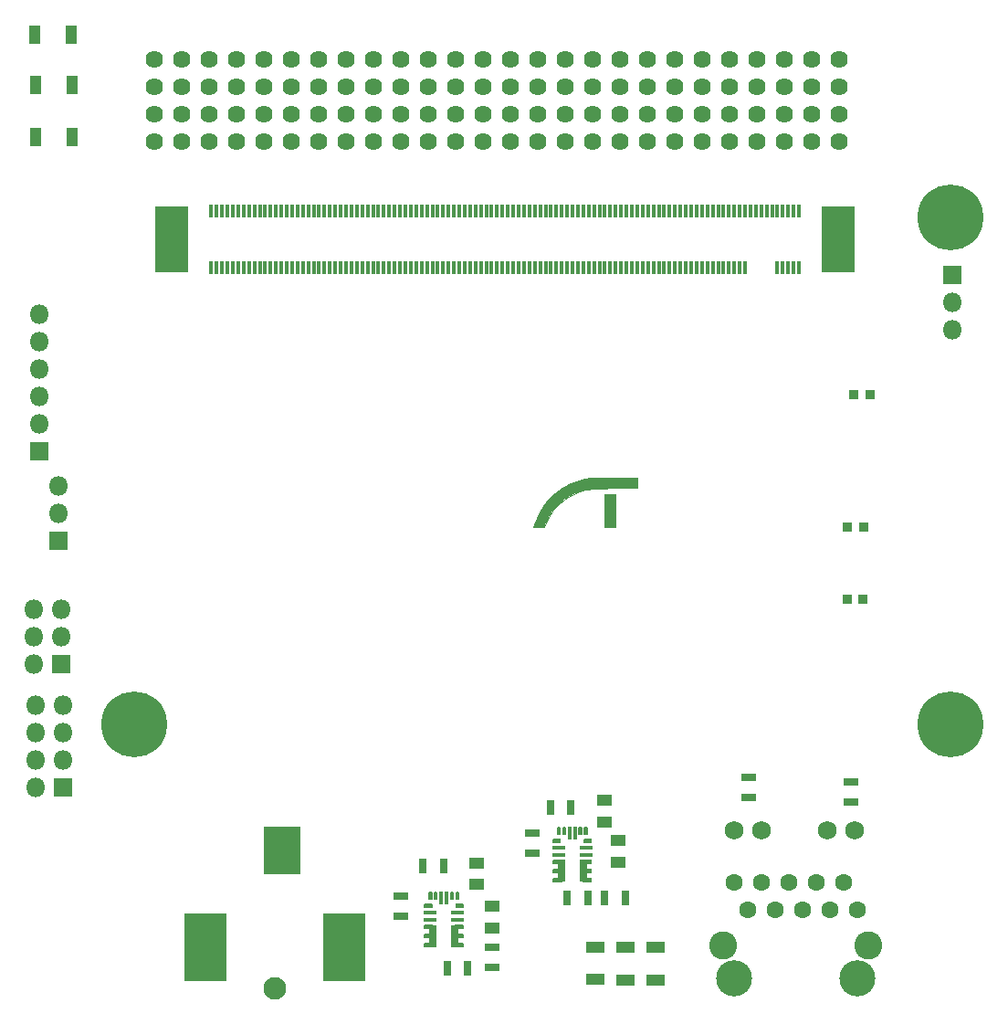
<source format=gbr>
G04 #@! TF.FileFunction,Soldermask,Top*
%FSLAX45Y45*%
G04 Gerber Fmt 4.5, Leading zero omitted, Abs format (unit mm)*
G04 Created by KiCad (PCBNEW 4.0.7) date 02/13/18 13:39:06*
%MOMM*%
%LPD*%
G01*
G04 APERTURE LIST*
%ADD10C,0.100000*%
%ADD11C,0.010000*%
%ADD12C,0.127000*%
%ADD13R,1.800000X1.800000*%
%ADD14O,1.800000X1.800000*%
%ADD15C,6.100000*%
%ADD16R,1.400000X0.800000*%
%ADD17R,0.430200X1.293800*%
%ADD18R,3.100000X6.100000*%
%ADD19C,1.600000*%
%ADD20C,1.750000*%
%ADD21C,2.600000*%
%ADD22C,3.350000*%
%ADD23R,0.900000X0.850000*%
%ADD24R,1.700000X1.100000*%
%ADD25C,1.624000*%
%ADD26R,0.800000X1.400000*%
%ADD27R,0.800000X0.350000*%
%ADD28R,1.200000X0.350000*%
%ADD29R,0.350000X0.800000*%
%ADD30R,0.350000X1.200000*%
%ADD31R,0.700000X2.050000*%
%ADD32R,3.400000X4.500000*%
%ADD33R,4.000000X6.300000*%
%ADD34C,2.100000*%
%ADD35R,1.000000X1.800000*%
%ADD36R,1.350000X1.100000*%
G04 APERTURE END LIST*
D10*
D11*
G36*
X14102909Y-6892000D02*
X13917954Y-6892000D01*
X13851717Y-6892207D01*
X13795604Y-6892913D01*
X13748201Y-6894243D01*
X13708092Y-6896322D01*
X13673863Y-6899275D01*
X13644099Y-6903229D01*
X13617385Y-6908309D01*
X13592306Y-6914639D01*
X13567446Y-6922346D01*
X13564530Y-6923328D01*
X13495080Y-6952786D01*
X13430700Y-6991845D01*
X13372542Y-7039444D01*
X13321759Y-7094519D01*
X13279506Y-7156008D01*
X13251525Y-7211657D01*
X13235268Y-7249909D01*
X13134524Y-7249909D01*
X13148561Y-7211237D01*
X13183308Y-7131768D01*
X13227097Y-7059227D01*
X13279374Y-6994122D01*
X13339586Y-6936962D01*
X13407178Y-6888257D01*
X13481596Y-6848517D01*
X13562286Y-6818250D01*
X13582175Y-6812546D01*
X13596394Y-6808765D01*
X13609279Y-6805659D01*
X13622142Y-6803150D01*
X13636291Y-6801159D01*
X13653037Y-6799608D01*
X13673688Y-6798417D01*
X13699556Y-6797508D01*
X13731950Y-6796802D01*
X13772179Y-6796221D01*
X13821554Y-6795685D01*
X13870557Y-6795218D01*
X14102909Y-6793049D01*
X14102909Y-6892000D01*
X14102909Y-6892000D01*
G37*
X14102909Y-6892000D02*
X13917954Y-6892000D01*
X13851717Y-6892207D01*
X13795604Y-6892913D01*
X13748201Y-6894243D01*
X13708092Y-6896322D01*
X13673863Y-6899275D01*
X13644099Y-6903229D01*
X13617385Y-6908309D01*
X13592306Y-6914639D01*
X13567446Y-6922346D01*
X13564530Y-6923328D01*
X13495080Y-6952786D01*
X13430700Y-6991845D01*
X13372542Y-7039444D01*
X13321759Y-7094519D01*
X13279506Y-7156008D01*
X13251525Y-7211657D01*
X13235268Y-7249909D01*
X13134524Y-7249909D01*
X13148561Y-7211237D01*
X13183308Y-7131768D01*
X13227097Y-7059227D01*
X13279374Y-6994122D01*
X13339586Y-6936962D01*
X13407178Y-6888257D01*
X13481596Y-6848517D01*
X13562286Y-6818250D01*
X13582175Y-6812546D01*
X13596394Y-6808765D01*
X13609279Y-6805659D01*
X13622142Y-6803150D01*
X13636291Y-6801159D01*
X13653037Y-6799608D01*
X13673688Y-6798417D01*
X13699556Y-6797508D01*
X13731950Y-6796802D01*
X13772179Y-6796221D01*
X13821554Y-6795685D01*
X13870557Y-6795218D01*
X14102909Y-6793049D01*
X14102909Y-6892000D01*
G36*
X13900864Y-7249909D02*
X13796954Y-7249909D01*
X13796954Y-6943954D01*
X13900864Y-6943954D01*
X13900864Y-7249909D01*
X13900864Y-7249909D01*
G37*
X13900864Y-7249909D02*
X13796954Y-7249909D01*
X13796954Y-6943954D01*
X13900864Y-6943954D01*
X13900864Y-7249909D01*
D12*
X13363000Y-10039639D02*
X13373000Y-10039639D01*
X13373000Y-10039639D02*
X13383000Y-10039639D01*
X13383000Y-10039639D02*
X13383000Y-10099639D01*
X13383000Y-10099639D02*
X13373000Y-10099639D01*
X13373000Y-10099639D02*
X13363000Y-10099639D01*
X13363000Y-10099639D02*
X13363000Y-10039639D01*
X13373000Y-10039639D02*
X13373000Y-10099639D01*
X13413000Y-10039639D02*
X13423000Y-10039639D01*
X13423000Y-10039639D02*
X13433000Y-10039639D01*
X13433000Y-10039639D02*
X13433000Y-10099639D01*
X13433000Y-10099639D02*
X13423000Y-10099639D01*
X13423000Y-10099639D02*
X13413000Y-10099639D01*
X13413000Y-10099639D02*
X13413000Y-10039639D01*
X13423000Y-10039639D02*
X13423000Y-10099639D01*
X13463000Y-10039639D02*
X13473000Y-10039639D01*
X13473000Y-10039639D02*
X13483000Y-10039639D01*
X13483000Y-10039639D02*
X13483000Y-10139639D01*
X13483000Y-10139639D02*
X13473000Y-10139639D01*
X13473000Y-10139639D02*
X13463000Y-10139639D01*
X13463000Y-10139639D02*
X13463000Y-10039639D01*
X13473000Y-10039639D02*
X13473000Y-10139639D01*
X13513000Y-10039639D02*
X13523000Y-10039639D01*
X13523000Y-10039639D02*
X13533000Y-10039639D01*
X13533000Y-10039639D02*
X13533000Y-10139639D01*
X13533000Y-10139639D02*
X13523000Y-10139639D01*
X13523000Y-10139639D02*
X13513000Y-10139639D01*
X13513000Y-10139639D02*
X13513000Y-10039639D01*
X13523000Y-10039639D02*
X13523000Y-10139639D01*
X13563000Y-10039639D02*
X13573000Y-10039639D01*
X13573000Y-10039639D02*
X13583000Y-10039639D01*
X13583000Y-10039639D02*
X13583000Y-10099639D01*
X13583000Y-10099639D02*
X13573000Y-10099639D01*
X13573000Y-10099639D02*
X13563000Y-10099639D01*
X13563000Y-10099639D02*
X13563000Y-10039639D01*
X13573000Y-10039639D02*
X13573000Y-10099639D01*
X13613000Y-10039639D02*
X13623000Y-10039639D01*
X13623000Y-10039639D02*
X13633000Y-10039639D01*
X13633000Y-10039639D02*
X13633000Y-10099639D01*
X13633000Y-10099639D02*
X13623000Y-10099639D01*
X13623000Y-10099639D02*
X13613000Y-10099639D01*
X13613000Y-10099639D02*
X13613000Y-10039639D01*
X13623000Y-10039639D02*
X13623000Y-10099639D01*
X13613000Y-10149639D02*
X13673000Y-10149639D01*
X13673000Y-10149639D02*
X13673000Y-10159639D01*
X13673000Y-10159639D02*
X13673000Y-10169639D01*
X13673000Y-10169639D02*
X13613000Y-10169639D01*
X13613000Y-10169639D02*
X13613000Y-10159639D01*
X13613000Y-10159639D02*
X13613000Y-10149639D01*
X13613000Y-10159639D02*
X13673000Y-10159639D01*
X13323000Y-10149639D02*
X13383000Y-10149639D01*
X13383000Y-10149639D02*
X13383000Y-10159639D01*
X13383000Y-10159639D02*
X13383000Y-10169639D01*
X13383000Y-10169639D02*
X13323000Y-10169639D01*
X13323000Y-10169639D02*
X13323000Y-10159639D01*
X13323000Y-10159639D02*
X13323000Y-10149639D01*
X13323000Y-10159639D02*
X13383000Y-10159639D01*
X13323000Y-10214639D02*
X13423000Y-10214639D01*
X13423000Y-10214639D02*
X13423000Y-10224639D01*
X13423000Y-10224639D02*
X13423000Y-10234639D01*
X13423000Y-10234639D02*
X13323000Y-10234639D01*
X13323000Y-10234639D02*
X13323000Y-10224639D01*
X13323000Y-10224639D02*
X13323000Y-10214639D01*
X13323000Y-10224639D02*
X13423000Y-10224639D01*
X13323000Y-10279639D02*
X13423000Y-10279639D01*
X13423000Y-10279639D02*
X13423000Y-10289639D01*
X13423000Y-10289639D02*
X13423000Y-10299639D01*
X13423000Y-10299639D02*
X13323000Y-10299639D01*
X13323000Y-10299639D02*
X13323000Y-10289639D01*
X13323000Y-10289639D02*
X13323000Y-10279639D01*
X13323000Y-10289639D02*
X13423000Y-10289639D01*
X13573000Y-10279639D02*
X13673000Y-10279639D01*
X13673000Y-10279639D02*
X13673000Y-10289639D01*
X13673000Y-10289639D02*
X13673000Y-10299639D01*
X13673000Y-10299639D02*
X13573000Y-10299639D01*
X13573000Y-10299639D02*
X13573000Y-10289639D01*
X13573000Y-10289639D02*
X13573000Y-10279639D01*
X13573000Y-10289639D02*
X13673000Y-10289639D01*
X13573000Y-10214639D02*
X13673000Y-10214639D01*
X13673000Y-10214639D02*
X13673000Y-10224639D01*
X13673000Y-10224639D02*
X13673000Y-10234639D01*
X13673000Y-10234639D02*
X13573000Y-10234639D01*
X13573000Y-10234639D02*
X13573000Y-10224639D01*
X13573000Y-10224639D02*
X13573000Y-10214639D01*
X13573000Y-10224639D02*
X13673000Y-10224639D01*
X13323000Y-10344639D02*
X13398000Y-10344639D01*
X13398000Y-10344639D02*
X13398000Y-10354639D01*
X13398000Y-10354639D02*
X13398000Y-10364639D01*
X13398000Y-10364639D02*
X13323000Y-10364639D01*
X13323000Y-10364639D02*
X13323000Y-10354639D01*
X13323000Y-10354639D02*
X13323000Y-10344639D01*
X13323000Y-10429639D02*
X13398000Y-10429639D01*
X13398000Y-10429639D02*
X13398000Y-10439639D01*
X13398000Y-10439639D02*
X13398000Y-10449639D01*
X13398000Y-10449639D02*
X13323000Y-10449639D01*
X13323000Y-10449639D02*
X13323000Y-10439639D01*
X13323000Y-10439639D02*
X13323000Y-10429639D01*
X13323000Y-10354639D02*
X13398000Y-10354639D01*
X13323000Y-10439639D02*
X13398000Y-10439639D01*
X13323000Y-10514639D02*
X13398000Y-10514639D01*
X13398000Y-10514639D02*
X13398000Y-10524639D01*
X13398000Y-10524639D02*
X13398000Y-10534639D01*
X13398000Y-10534639D02*
X13323000Y-10534639D01*
X13323000Y-10534639D02*
X13323000Y-10524639D01*
X13323000Y-10524639D02*
X13323000Y-10514639D01*
X13323000Y-10524639D02*
X13398000Y-10524639D01*
X13673000Y-10344639D02*
X13598000Y-10344639D01*
X13598000Y-10344639D02*
X13598000Y-10354639D01*
X13598000Y-10354639D02*
X13598000Y-10364639D01*
X13598000Y-10364639D02*
X13673000Y-10364639D01*
X13673000Y-10364639D02*
X13673000Y-10354639D01*
X13673000Y-10354639D02*
X13673000Y-10344639D01*
X13673000Y-10429639D02*
X13598000Y-10429639D01*
X13598000Y-10429639D02*
X13598000Y-10439639D01*
X13598000Y-10439639D02*
X13598000Y-10449639D01*
X13598000Y-10449639D02*
X13673000Y-10449639D01*
X13673000Y-10449639D02*
X13673000Y-10439639D01*
X13673000Y-10439639D02*
X13673000Y-10429639D01*
X13598000Y-10439639D02*
X13673000Y-10439639D01*
X13598000Y-10354639D02*
X13673000Y-10354639D01*
X13673000Y-10514639D02*
X13598000Y-10514639D01*
X13598000Y-10514639D02*
X13598000Y-10524639D01*
X13598000Y-10524639D02*
X13598000Y-10534639D01*
X13598000Y-10534639D02*
X13673000Y-10534639D01*
X13673000Y-10534639D02*
X13673000Y-10524639D01*
X13673000Y-10524639D02*
X13673000Y-10514639D01*
X13598000Y-10524639D02*
X13673000Y-10524639D01*
X12172000Y-10641500D02*
X12182000Y-10641500D01*
X12182000Y-10641500D02*
X12192000Y-10641500D01*
X12192000Y-10641500D02*
X12192000Y-10701500D01*
X12192000Y-10701500D02*
X12182000Y-10701500D01*
X12182000Y-10701500D02*
X12172000Y-10701500D01*
X12172000Y-10701500D02*
X12172000Y-10641500D01*
X12182000Y-10641500D02*
X12182000Y-10701500D01*
X12222000Y-10641500D02*
X12232000Y-10641500D01*
X12232000Y-10641500D02*
X12242000Y-10641500D01*
X12242000Y-10641500D02*
X12242000Y-10701500D01*
X12242000Y-10701500D02*
X12232000Y-10701500D01*
X12232000Y-10701500D02*
X12222000Y-10701500D01*
X12222000Y-10701500D02*
X12222000Y-10641500D01*
X12232000Y-10641500D02*
X12232000Y-10701500D01*
X12272000Y-10641500D02*
X12282000Y-10641500D01*
X12282000Y-10641500D02*
X12292000Y-10641500D01*
X12292000Y-10641500D02*
X12292000Y-10741500D01*
X12292000Y-10741500D02*
X12282000Y-10741500D01*
X12282000Y-10741500D02*
X12272000Y-10741500D01*
X12272000Y-10741500D02*
X12272000Y-10641500D01*
X12282000Y-10641500D02*
X12282000Y-10741500D01*
X12322000Y-10641500D02*
X12332000Y-10641500D01*
X12332000Y-10641500D02*
X12342000Y-10641500D01*
X12342000Y-10641500D02*
X12342000Y-10741500D01*
X12342000Y-10741500D02*
X12332000Y-10741500D01*
X12332000Y-10741500D02*
X12322000Y-10741500D01*
X12322000Y-10741500D02*
X12322000Y-10641500D01*
X12332000Y-10641500D02*
X12332000Y-10741500D01*
X12372000Y-10641500D02*
X12382000Y-10641500D01*
X12382000Y-10641500D02*
X12392000Y-10641500D01*
X12392000Y-10641500D02*
X12392000Y-10701500D01*
X12392000Y-10701500D02*
X12382000Y-10701500D01*
X12382000Y-10701500D02*
X12372000Y-10701500D01*
X12372000Y-10701500D02*
X12372000Y-10641500D01*
X12382000Y-10641500D02*
X12382000Y-10701500D01*
X12422000Y-10641500D02*
X12432000Y-10641500D01*
X12432000Y-10641500D02*
X12442000Y-10641500D01*
X12442000Y-10641500D02*
X12442000Y-10701500D01*
X12442000Y-10701500D02*
X12432000Y-10701500D01*
X12432000Y-10701500D02*
X12422000Y-10701500D01*
X12422000Y-10701500D02*
X12422000Y-10641500D01*
X12432000Y-10641500D02*
X12432000Y-10701500D01*
X12422000Y-10751500D02*
X12482000Y-10751500D01*
X12482000Y-10751500D02*
X12482000Y-10761500D01*
X12482000Y-10761500D02*
X12482000Y-10771500D01*
X12482000Y-10771500D02*
X12422000Y-10771500D01*
X12422000Y-10771500D02*
X12422000Y-10761500D01*
X12422000Y-10761500D02*
X12422000Y-10751500D01*
X12422000Y-10761500D02*
X12482000Y-10761500D01*
X12132000Y-10751500D02*
X12192000Y-10751500D01*
X12192000Y-10751500D02*
X12192000Y-10761500D01*
X12192000Y-10761500D02*
X12192000Y-10771500D01*
X12192000Y-10771500D02*
X12132000Y-10771500D01*
X12132000Y-10771500D02*
X12132000Y-10761500D01*
X12132000Y-10761500D02*
X12132000Y-10751500D01*
X12132000Y-10761500D02*
X12192000Y-10761500D01*
X12132000Y-10816500D02*
X12232000Y-10816500D01*
X12232000Y-10816500D02*
X12232000Y-10826500D01*
X12232000Y-10826500D02*
X12232000Y-10836500D01*
X12232000Y-10836500D02*
X12132000Y-10836500D01*
X12132000Y-10836500D02*
X12132000Y-10826500D01*
X12132000Y-10826500D02*
X12132000Y-10816500D01*
X12132000Y-10826500D02*
X12232000Y-10826500D01*
X12132000Y-10881500D02*
X12232000Y-10881500D01*
X12232000Y-10881500D02*
X12232000Y-10891500D01*
X12232000Y-10891500D02*
X12232000Y-10901500D01*
X12232000Y-10901500D02*
X12132000Y-10901500D01*
X12132000Y-10901500D02*
X12132000Y-10891500D01*
X12132000Y-10891500D02*
X12132000Y-10881500D01*
X12132000Y-10891500D02*
X12232000Y-10891500D01*
X12382000Y-10881500D02*
X12482000Y-10881500D01*
X12482000Y-10881500D02*
X12482000Y-10891500D01*
X12482000Y-10891500D02*
X12482000Y-10901500D01*
X12482000Y-10901500D02*
X12382000Y-10901500D01*
X12382000Y-10901500D02*
X12382000Y-10891500D01*
X12382000Y-10891500D02*
X12382000Y-10881500D01*
X12382000Y-10891500D02*
X12482000Y-10891500D01*
X12382000Y-10816500D02*
X12482000Y-10816500D01*
X12482000Y-10816500D02*
X12482000Y-10826500D01*
X12482000Y-10826500D02*
X12482000Y-10836500D01*
X12482000Y-10836500D02*
X12382000Y-10836500D01*
X12382000Y-10836500D02*
X12382000Y-10826500D01*
X12382000Y-10826500D02*
X12382000Y-10816500D01*
X12382000Y-10826500D02*
X12482000Y-10826500D01*
X12132000Y-10946500D02*
X12207000Y-10946500D01*
X12207000Y-10946500D02*
X12207000Y-10956500D01*
X12207000Y-10956500D02*
X12207000Y-10966500D01*
X12207000Y-10966500D02*
X12132000Y-10966500D01*
X12132000Y-10966500D02*
X12132000Y-10956500D01*
X12132000Y-10956500D02*
X12132000Y-10946500D01*
X12132000Y-11031500D02*
X12207000Y-11031500D01*
X12207000Y-11031500D02*
X12207000Y-11041500D01*
X12207000Y-11041500D02*
X12207000Y-11051500D01*
X12207000Y-11051500D02*
X12132000Y-11051500D01*
X12132000Y-11051500D02*
X12132000Y-11041500D01*
X12132000Y-11041500D02*
X12132000Y-11031500D01*
X12132000Y-10956500D02*
X12207000Y-10956500D01*
X12132000Y-11041500D02*
X12207000Y-11041500D01*
X12132000Y-11116500D02*
X12207000Y-11116500D01*
X12207000Y-11116500D02*
X12207000Y-11126500D01*
X12207000Y-11126500D02*
X12207000Y-11136500D01*
X12207000Y-11136500D02*
X12132000Y-11136500D01*
X12132000Y-11136500D02*
X12132000Y-11126500D01*
X12132000Y-11126500D02*
X12132000Y-11116500D01*
X12132000Y-11126500D02*
X12207000Y-11126500D01*
X12482000Y-10946500D02*
X12407000Y-10946500D01*
X12407000Y-10946500D02*
X12407000Y-10956500D01*
X12407000Y-10956500D02*
X12407000Y-10966500D01*
X12407000Y-10966500D02*
X12482000Y-10966500D01*
X12482000Y-10966500D02*
X12482000Y-10956500D01*
X12482000Y-10956500D02*
X12482000Y-10946500D01*
X12482000Y-11031500D02*
X12407000Y-11031500D01*
X12407000Y-11031500D02*
X12407000Y-11041500D01*
X12407000Y-11041500D02*
X12407000Y-11051500D01*
X12407000Y-11051500D02*
X12482000Y-11051500D01*
X12482000Y-11051500D02*
X12482000Y-11041500D01*
X12482000Y-11041500D02*
X12482000Y-11031500D01*
X12407000Y-11041500D02*
X12482000Y-11041500D01*
X12407000Y-10956500D02*
X12482000Y-10956500D01*
X12482000Y-11116500D02*
X12407000Y-11116500D01*
X12407000Y-11116500D02*
X12407000Y-11126500D01*
X12407000Y-11126500D02*
X12407000Y-11136500D01*
X12407000Y-11136500D02*
X12482000Y-11136500D01*
X12482000Y-11136500D02*
X12482000Y-11126500D01*
X12482000Y-11126500D02*
X12482000Y-11116500D01*
X12407000Y-11126500D02*
X12482000Y-11126500D01*
D13*
X8777500Y-9668000D03*
D14*
X8523500Y-9668000D03*
X8777500Y-9414000D03*
X8523500Y-9414000D03*
X8777500Y-9160000D03*
X8523500Y-9160000D03*
X8777500Y-8906000D03*
X8523500Y-8906000D03*
D15*
X17008500Y-4385000D03*
X17008500Y-9085000D03*
D16*
X16080000Y-9612500D03*
X16080000Y-9802500D03*
D17*
X15600000Y-4320000D03*
X15550000Y-4320000D03*
X15500000Y-4320000D03*
X15450000Y-4320000D03*
X15400000Y-4320000D03*
X15350000Y-4320000D03*
X15300000Y-4320000D03*
X15250000Y-4320000D03*
X15200000Y-4320000D03*
X15150000Y-4320000D03*
X15100000Y-4320000D03*
X15050000Y-4320000D03*
X15000000Y-4320000D03*
X14950000Y-4320000D03*
X14900000Y-4320000D03*
X14850000Y-4320000D03*
X14800000Y-4320000D03*
X14750000Y-4320000D03*
X14700000Y-4320000D03*
X14650000Y-4320000D03*
X14600000Y-4320000D03*
X14550000Y-4320000D03*
X14500000Y-4320000D03*
X14450000Y-4320000D03*
X14400000Y-4320000D03*
X14350000Y-4320000D03*
X14300000Y-4320000D03*
X14250000Y-4320000D03*
X14200000Y-4320000D03*
X14150000Y-4320000D03*
X14100000Y-4320000D03*
X14050000Y-4320000D03*
X14000000Y-4320000D03*
X13950000Y-4320000D03*
X13900000Y-4320000D03*
X13850000Y-4320000D03*
X13800000Y-4320000D03*
X13750000Y-4320000D03*
X13700000Y-4320000D03*
X13650000Y-4320000D03*
X13600000Y-4320000D03*
X13550000Y-4320000D03*
X13500000Y-4320000D03*
X13450000Y-4320000D03*
X13400000Y-4320000D03*
X13350000Y-4320000D03*
X13300000Y-4320000D03*
X13250000Y-4320000D03*
X13200000Y-4320000D03*
X13150000Y-4320000D03*
X13100000Y-4320000D03*
X13050000Y-4320000D03*
X13000000Y-4320000D03*
X12950000Y-4320000D03*
X12900000Y-4320000D03*
X12850000Y-4320000D03*
X12800000Y-4320000D03*
X12750000Y-4320000D03*
X12700000Y-4320000D03*
X12650000Y-4320000D03*
X12600000Y-4320000D03*
X12550000Y-4320000D03*
X12500000Y-4320000D03*
X12450000Y-4320000D03*
X12400000Y-4320000D03*
X12350000Y-4320000D03*
X12300000Y-4320000D03*
X12250000Y-4320000D03*
X12200000Y-4320000D03*
X12150000Y-4320000D03*
X12100000Y-4320000D03*
X12050000Y-4320000D03*
X12000000Y-4320000D03*
X11950000Y-4320000D03*
X11900000Y-4320000D03*
X11850000Y-4320000D03*
X11800000Y-4320000D03*
X11750000Y-4320000D03*
X11700000Y-4320000D03*
X11650000Y-4320000D03*
X11600000Y-4320000D03*
X11550000Y-4320000D03*
X11500000Y-4320000D03*
X11450000Y-4320000D03*
X11400000Y-4320000D03*
X11350000Y-4320000D03*
X11300000Y-4320000D03*
X11250000Y-4320000D03*
X11200000Y-4320000D03*
X11150000Y-4320000D03*
X11100000Y-4320000D03*
X11050000Y-4320000D03*
X11000000Y-4320000D03*
X10950000Y-4320000D03*
X10900000Y-4320000D03*
X10850000Y-4320000D03*
X10800000Y-4320000D03*
X10750000Y-4320000D03*
X10700000Y-4320000D03*
X10650000Y-4320000D03*
X10600000Y-4320000D03*
X10550000Y-4320000D03*
X10500000Y-4320000D03*
X10450000Y-4320000D03*
X10400000Y-4320000D03*
X10350000Y-4320000D03*
X10300000Y-4320000D03*
X10250000Y-4320000D03*
X10200000Y-4320000D03*
X10150000Y-4320000D03*
X15600000Y-4850000D03*
X15550000Y-4850000D03*
X15500000Y-4850000D03*
X15450000Y-4850000D03*
X15400000Y-4850000D03*
X15100000Y-4850000D03*
X15050000Y-4850000D03*
X15000000Y-4850000D03*
X14950000Y-4850000D03*
X14900000Y-4850000D03*
X14850000Y-4850000D03*
X14800000Y-4850000D03*
X14750000Y-4850000D03*
X14700000Y-4850000D03*
X14650000Y-4850000D03*
X14600000Y-4850000D03*
X14550000Y-4850000D03*
X14500000Y-4850000D03*
X14450000Y-4850000D03*
X14400000Y-4850000D03*
X14350000Y-4850000D03*
X14300000Y-4850000D03*
X14250000Y-4850000D03*
X14200000Y-4850000D03*
X14150000Y-4850000D03*
X14100000Y-4850000D03*
X14050000Y-4850000D03*
X14000000Y-4850000D03*
X13950000Y-4850000D03*
X13900000Y-4850000D03*
X13850000Y-4850000D03*
X13800000Y-4850000D03*
X13750000Y-4850000D03*
X13700000Y-4850000D03*
X13650000Y-4850000D03*
X13600000Y-4850000D03*
X13550000Y-4850000D03*
X13500000Y-4850000D03*
X13450000Y-4850000D03*
X13400000Y-4850000D03*
X13350000Y-4850000D03*
X13300000Y-4850000D03*
X13250000Y-4850000D03*
X13200000Y-4850000D03*
X13150000Y-4850000D03*
X13100000Y-4850000D03*
X13050000Y-4850000D03*
X13000000Y-4850000D03*
X12950000Y-4850000D03*
X12900000Y-4850000D03*
X12850000Y-4850000D03*
X12800000Y-4850000D03*
X12750000Y-4850000D03*
X12700000Y-4850000D03*
X12650000Y-4850000D03*
X12600000Y-4850000D03*
X12550000Y-4850000D03*
X12500000Y-4850000D03*
X12450000Y-4850000D03*
X12400000Y-4850000D03*
X12350000Y-4850000D03*
X12300000Y-4850000D03*
X12250000Y-4850000D03*
X12200000Y-4850000D03*
X12150000Y-4850000D03*
X12100000Y-4850000D03*
X12050000Y-4850000D03*
X12000000Y-4850000D03*
X11950000Y-4850000D03*
X11900000Y-4850000D03*
X11850000Y-4850000D03*
X11800000Y-4850000D03*
X11750000Y-4850000D03*
X11700000Y-4850000D03*
X11650000Y-4850000D03*
X11600000Y-4850000D03*
X11550000Y-4850000D03*
X11500000Y-4850000D03*
X11450000Y-4850000D03*
X11400000Y-4850000D03*
X11350000Y-4850000D03*
X11300000Y-4850000D03*
X11250000Y-4850000D03*
X11200000Y-4850000D03*
X11150000Y-4850000D03*
X11100000Y-4850000D03*
X11050000Y-4850000D03*
X11000000Y-4850000D03*
X10950000Y-4850000D03*
X10900000Y-4850000D03*
X10850000Y-4850000D03*
X10800000Y-4850000D03*
X10750000Y-4850000D03*
X10700000Y-4850000D03*
X10650000Y-4850000D03*
X10600000Y-4850000D03*
X10550000Y-4850000D03*
X10500000Y-4850000D03*
X10450000Y-4850000D03*
X10400000Y-4850000D03*
X10350000Y-4850000D03*
X10300000Y-4850000D03*
X10250000Y-4850000D03*
X10200000Y-4850000D03*
X10150000Y-4850000D03*
D18*
X15966600Y-4583300D03*
X9781700Y-4583300D03*
D19*
X16139000Y-10804000D03*
X16012000Y-10550000D03*
X15885000Y-10804000D03*
X15758000Y-10550000D03*
X15631000Y-10804000D03*
X15504000Y-10550000D03*
X15377000Y-10804000D03*
X15250000Y-10550000D03*
X15123000Y-10804000D03*
X14996000Y-10550000D03*
D20*
X16114000Y-10067000D03*
X15860000Y-10067000D03*
X15250000Y-10067000D03*
X14996000Y-10067000D03*
D21*
X14894500Y-11134000D03*
D22*
X14996000Y-11439000D03*
X16139000Y-11439000D03*
D21*
X16240500Y-11134000D03*
D23*
X16046000Y-7924000D03*
X16196000Y-7924000D03*
X16200000Y-7250000D03*
X16050000Y-7250000D03*
X16261000Y-6023000D03*
X16111000Y-6023000D03*
D24*
X13988000Y-11448500D03*
X13988000Y-11148500D03*
X13708000Y-11443500D03*
X13708000Y-11143500D03*
X14268000Y-11448500D03*
X14268000Y-11148500D03*
D25*
X9626000Y-3675500D03*
X9626000Y-3421500D03*
X9880000Y-3675500D03*
X9880000Y-3421500D03*
X10134000Y-3675500D03*
X10134000Y-3421500D03*
X10388000Y-3675500D03*
X10388000Y-3421500D03*
X10642000Y-3675500D03*
X10642000Y-3421500D03*
X10896000Y-3675500D03*
X10896000Y-3421500D03*
X11150000Y-3675500D03*
X11150000Y-3421500D03*
X11404000Y-3675500D03*
X11404000Y-3421500D03*
X11658000Y-3675500D03*
X11658000Y-3421500D03*
X11912000Y-3675500D03*
X11912000Y-3421500D03*
X12166000Y-3675500D03*
X12166000Y-3421500D03*
X12420000Y-3675500D03*
X12420000Y-3421500D03*
X12674000Y-3675500D03*
X12674000Y-3421500D03*
X12928000Y-3675500D03*
X12928000Y-3421500D03*
X13182000Y-3675500D03*
X13182000Y-3421500D03*
X13436000Y-3675500D03*
X13436000Y-3421500D03*
X13690000Y-3675500D03*
X13690000Y-3421500D03*
X13944000Y-3675500D03*
X13944000Y-3421500D03*
X14198000Y-3675500D03*
X14198000Y-3421500D03*
X14452000Y-3675500D03*
X14452000Y-3421500D03*
X14706000Y-3675500D03*
X14706000Y-3421500D03*
X14960000Y-3675500D03*
X14960000Y-3421500D03*
X15214000Y-3675500D03*
X15214000Y-3421500D03*
X15468000Y-3675500D03*
X15468000Y-3421500D03*
X15722000Y-3675500D03*
X15722000Y-3421500D03*
X15976000Y-3675500D03*
X15976000Y-3421500D03*
D16*
X12757000Y-11146500D03*
X12757000Y-11336500D03*
D26*
X12527000Y-11341500D03*
X12337000Y-11341500D03*
X12302000Y-10391500D03*
X12112000Y-10391500D03*
D16*
X11907000Y-10671500D03*
X11907000Y-10861500D03*
D26*
X13988000Y-10686000D03*
X13798000Y-10686000D03*
X13640500Y-10686000D03*
X13450500Y-10686000D03*
X13485500Y-9856000D03*
X13295500Y-9856000D03*
D16*
X13128000Y-10088500D03*
X13128000Y-10278500D03*
D27*
X13353000Y-10159639D03*
D28*
X13373000Y-10224639D03*
X13373000Y-10289639D03*
D27*
X13353000Y-10354639D03*
X13353000Y-10439639D03*
X13353000Y-10524639D03*
X13643000Y-10524639D03*
X13643000Y-10439639D03*
X13643000Y-10354639D03*
D28*
X13623000Y-10289639D03*
X13623000Y-10224639D03*
D27*
X13643000Y-10159639D03*
D29*
X13623000Y-10069639D03*
X13573000Y-10069639D03*
D30*
X13523000Y-10089639D03*
X13473000Y-10089639D03*
D29*
X13423000Y-10069639D03*
X13373000Y-10069639D03*
D31*
X13398000Y-10439639D03*
X13598000Y-10439639D03*
D25*
X9625900Y-3167896D03*
X9625900Y-2913896D03*
X9879900Y-3167896D03*
X9879900Y-2913896D03*
X10133900Y-3167896D03*
X10133900Y-2913896D03*
X10387900Y-3167896D03*
X10387900Y-2913896D03*
X10641900Y-3167896D03*
X10641900Y-2913896D03*
X10895900Y-3167896D03*
X10895900Y-2913896D03*
X11149900Y-3167896D03*
X11149900Y-2913896D03*
X11403900Y-3167896D03*
X11403900Y-2913896D03*
X11657900Y-3167896D03*
X11657900Y-2913896D03*
X11911900Y-3167896D03*
X11911900Y-2913896D03*
X12165900Y-3167896D03*
X12165900Y-2913896D03*
X12419900Y-3167896D03*
X12419900Y-2913896D03*
X12673900Y-3167896D03*
X12673900Y-2913896D03*
X12927900Y-3167896D03*
X12927900Y-2913896D03*
X13181900Y-3167896D03*
X13181900Y-2913896D03*
X13435900Y-3167896D03*
X13435900Y-2913896D03*
X13689900Y-3167896D03*
X13689900Y-2913896D03*
X13943900Y-3167896D03*
X13943900Y-2913896D03*
X14197900Y-3167896D03*
X14197900Y-2913896D03*
X14451900Y-3167896D03*
X14451900Y-2913896D03*
X14705900Y-3167896D03*
X14705900Y-2913896D03*
X14959900Y-3167896D03*
X14959900Y-2913896D03*
X15213900Y-3167896D03*
X15213900Y-2913896D03*
X15467900Y-3167896D03*
X15467900Y-2913896D03*
X15721900Y-3167896D03*
X15721900Y-2913896D03*
X15975900Y-3167896D03*
X15975900Y-2913896D03*
D27*
X12162000Y-10761500D03*
D28*
X12182000Y-10826500D03*
X12182000Y-10891500D03*
D27*
X12162000Y-10956500D03*
X12162000Y-11041500D03*
X12162000Y-11126500D03*
X12452000Y-11126500D03*
X12452000Y-11041500D03*
X12452000Y-10956500D03*
D28*
X12432000Y-10891500D03*
X12432000Y-10826500D03*
D27*
X12452000Y-10761500D03*
D29*
X12432000Y-10671500D03*
X12382000Y-10671500D03*
D30*
X12332000Y-10691500D03*
X12282000Y-10691500D03*
D29*
X12232000Y-10671500D03*
X12182000Y-10671500D03*
D31*
X12207000Y-11041500D03*
X12407000Y-11041500D03*
D13*
X8734500Y-7382000D03*
D14*
X8734500Y-7128000D03*
X8734500Y-6874000D03*
D13*
X8551000Y-6554000D03*
D14*
X8551000Y-6300000D03*
X8551000Y-6046000D03*
X8551000Y-5792000D03*
X8551000Y-5538000D03*
X8551000Y-5284000D03*
D13*
X17019500Y-4919000D03*
D14*
X17019500Y-5173000D03*
X17019500Y-5427000D03*
D32*
X10807500Y-10247500D03*
D33*
X10092500Y-11147500D03*
X11382500Y-11147500D03*
D34*
X10737500Y-11527500D03*
D16*
X15132500Y-9570000D03*
X15132500Y-9760000D03*
D13*
X8757500Y-8523000D03*
D14*
X8503500Y-8523000D03*
X8757500Y-8269000D03*
X8503500Y-8269000D03*
X8757500Y-8015000D03*
X8503500Y-8015000D03*
D35*
X8512500Y-2685000D03*
X8852500Y-2685000D03*
X8522500Y-3155000D03*
X8862500Y-3155000D03*
X8520000Y-3637500D03*
X8860000Y-3637500D03*
D36*
X12607000Y-10366500D03*
X12607000Y-10566500D03*
X12757000Y-10966500D03*
X12757000Y-10766500D03*
X13798000Y-9786000D03*
X13798000Y-9986000D03*
X13923000Y-10358500D03*
X13923000Y-10158500D03*
D15*
X9432500Y-9085000D03*
M02*

</source>
